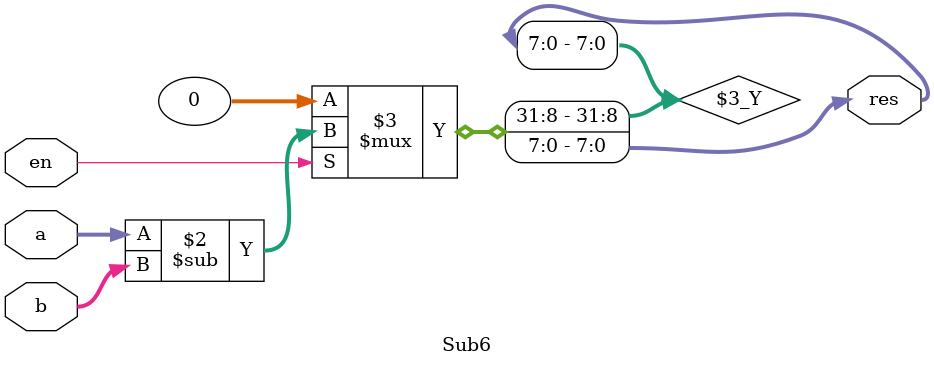
<source format=sv>
module Sub6(input [7:0] a,b, input en, output reg [7:0] res);
    always @(*) res = en ? a - b : 0;
endmodule
</source>
